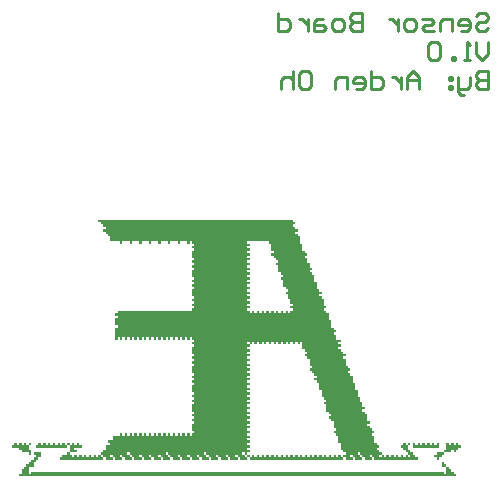
<source format=gbo>
G04 Layer_Color=32896*
%FSLAX44Y44*%
%MOMM*%
G71*
G01*
G75*
%ADD31C,0.2540*%
G36*
X645922Y449580D02*
X643890D01*
Y447548D01*
X641858D01*
Y445516D01*
X639826D01*
Y447548D01*
X637794D01*
Y449580D01*
X639826D01*
Y451612D01*
X645922D01*
Y449580D01*
D02*
G37*
G36*
X292354Y457708D02*
X294386D01*
Y455676D01*
Y453644D01*
X296418D01*
Y451612D01*
Y449580D01*
X294386D01*
Y451612D01*
X288290D01*
Y453644D01*
X286258D01*
Y455676D01*
X280162D01*
Y457708D01*
X282194D01*
Y459740D01*
X284226D01*
Y457708D01*
X286258D01*
Y459740D01*
X288290D01*
Y457708D01*
X290322D01*
Y459740D01*
X292354D01*
Y457708D01*
D02*
G37*
G36*
X296418D02*
X294386D01*
Y459740D01*
X296418D01*
Y457708D01*
D02*
G37*
G36*
X304546Y449580D02*
Y447548D01*
X302514D01*
Y445516D01*
X300482D01*
Y443484D01*
X298450D01*
Y441452D01*
Y439420D01*
X294386D01*
Y437388D01*
Y435356D01*
Y433324D01*
X296418D01*
Y435356D01*
X645922D01*
Y433324D01*
X647954D01*
Y435356D01*
Y437388D01*
Y439420D01*
X643890D01*
Y441452D01*
Y443484D01*
X645922D01*
Y441452D01*
X647954D01*
Y439420D01*
X649986D01*
Y437388D01*
X652018D01*
Y435356D01*
X654050D01*
Y433324D01*
X656082D01*
Y431292D01*
X286258D01*
Y433324D01*
X288290D01*
Y435356D01*
Y437388D01*
X290322D01*
Y439420D01*
X292354D01*
Y441452D01*
X294386D01*
Y443484D01*
X296418D01*
Y445516D01*
X298450D01*
Y447548D01*
X300482D01*
Y449580D01*
X298450D01*
Y451612D01*
X304546D01*
Y449580D01*
D02*
G37*
G36*
X328930D02*
X330962D01*
Y447548D01*
X332994D01*
Y449580D01*
X335026D01*
Y447548D01*
X337058D01*
Y449580D01*
X339090D01*
Y447548D01*
X341122D01*
Y449580D01*
X343154D01*
Y447548D01*
X345186D01*
Y449580D01*
X347218D01*
Y447548D01*
X349250D01*
Y449580D01*
X351282D01*
Y447548D01*
X353314D01*
Y449580D01*
X355346D01*
Y447548D01*
X357378D01*
Y445516D01*
X320802D01*
Y447548D01*
X322834D01*
Y449580D01*
X326898D01*
Y451612D01*
X328930D01*
Y449580D01*
D02*
G37*
G36*
X517906Y646684D02*
X519938D01*
Y644652D01*
X517906D01*
Y642620D01*
X519938D01*
Y640588D01*
X521970D01*
Y638556D01*
X519938D01*
Y636524D01*
X521970D01*
Y634492D01*
X524002D01*
Y632460D01*
Y630428D01*
Y628396D01*
X526034D01*
Y626364D01*
Y624332D01*
Y622300D01*
X528066D01*
Y620268D01*
X530098D01*
Y618236D01*
X528066D01*
Y616204D01*
X530098D01*
Y614172D01*
Y612140D01*
X532130D01*
Y610108D01*
Y608076D01*
X534162D01*
Y606044D01*
X532130D01*
Y604012D01*
X534162D01*
Y601980D01*
X536194D01*
Y599948D01*
Y597916D01*
Y595884D01*
X538226D01*
Y593852D01*
Y591820D01*
Y589788D01*
X540258D01*
Y587756D01*
X542290D01*
Y585724D01*
X540258D01*
Y583692D01*
X542290D01*
Y581660D01*
X544322D01*
Y579628D01*
Y577596D01*
Y575564D01*
X546354D01*
Y573532D01*
X544322D01*
Y571500D01*
X546354D01*
Y569468D01*
X548386D01*
Y567436D01*
Y565404D01*
Y563372D01*
X550418D01*
Y561340D01*
Y559308D01*
Y557276D01*
X552450D01*
Y555244D01*
X554482D01*
Y553212D01*
X552450D01*
Y551180D01*
X554482D01*
Y549148D01*
Y547116D01*
X558546D01*
Y545084D01*
X556514D01*
Y543052D01*
X558546D01*
Y541020D01*
X556514D01*
Y538988D01*
X558546D01*
Y536956D01*
X560578D01*
Y534924D01*
X562610D01*
Y532892D01*
X560578D01*
Y530860D01*
X562610D01*
Y528828D01*
Y526796D01*
Y524764D01*
X564642D01*
Y522732D01*
X566674D01*
Y520700D01*
X564642D01*
Y518668D01*
X566674D01*
Y516636D01*
X568706D01*
Y514604D01*
Y512572D01*
Y510540D01*
X570738D01*
Y508508D01*
Y506476D01*
Y504444D01*
X572770D01*
Y502412D01*
Y500380D01*
Y498348D01*
X574802D01*
Y496316D01*
Y494284D01*
X576834D01*
Y492252D01*
Y490220D01*
X578866D01*
Y488188D01*
X576834D01*
Y486156D01*
X578866D01*
Y484124D01*
X580898D01*
Y482092D01*
Y480060D01*
Y478028D01*
X582930D01*
Y475996D01*
X580898D01*
Y473964D01*
X582930D01*
Y471932D01*
X584962D01*
Y469900D01*
X586994D01*
Y467868D01*
X584962D01*
Y465836D01*
X586994D01*
Y463804D01*
Y461772D01*
Y459740D01*
X589026D01*
Y457708D01*
X591058D01*
Y455676D01*
X589026D01*
Y453644D01*
X591058D01*
Y451612D01*
X593090D01*
Y449580D01*
X595122D01*
Y447548D01*
X597154D01*
Y449580D01*
X599186D01*
Y447548D01*
X601218D01*
Y449580D01*
X603250D01*
Y447548D01*
X605282D01*
Y449580D01*
X607314D01*
Y447548D01*
X609346D01*
Y449580D01*
X611378D01*
Y447548D01*
X613410D01*
Y449580D01*
X615442D01*
Y447548D01*
X617474D01*
Y449580D01*
X615442D01*
Y451612D01*
X613410D01*
Y453644D01*
X611378D01*
Y455676D01*
X609346D01*
Y457708D01*
X611378D01*
Y459740D01*
X613410D01*
Y457708D01*
X615442D01*
Y455676D01*
Y453644D01*
X617474D01*
Y451612D01*
X619506D01*
Y449580D01*
X621538D01*
Y447548D01*
X623570D01*
Y445516D01*
X586994D01*
Y447548D01*
X584962D01*
Y449580D01*
X582930D01*
Y447548D01*
X584962D01*
Y445516D01*
X578866D01*
Y447548D01*
X576834D01*
Y449580D01*
X574802D01*
Y451612D01*
X572770D01*
Y449580D01*
X574802D01*
Y447548D01*
X576834D01*
Y445516D01*
X570738D01*
Y447548D01*
X568706D01*
Y449580D01*
X566674D01*
Y447548D01*
X568706D01*
Y445516D01*
X562610D01*
Y447548D01*
X560578D01*
Y449580D01*
X562610D01*
Y451612D01*
X560578D01*
Y453644D01*
X558546D01*
Y455676D01*
Y457708D01*
Y459740D01*
X556514D01*
Y461772D01*
Y463804D01*
Y465836D01*
X554482D01*
Y467868D01*
X552450D01*
Y469900D01*
X554482D01*
Y471932D01*
X552450D01*
Y473964D01*
Y475996D01*
Y478028D01*
X550418D01*
Y480060D01*
X548386D01*
Y482092D01*
X550418D01*
Y484124D01*
X548386D01*
Y486156D01*
X546354D01*
Y488188D01*
Y490220D01*
Y492252D01*
X544322D01*
Y494284D01*
X546354D01*
Y496316D01*
X544322D01*
Y498348D01*
X542290D01*
Y500380D01*
Y502412D01*
Y504444D01*
X540258D01*
Y506476D01*
Y508508D01*
Y510540D01*
X538226D01*
Y512572D01*
X536194D01*
Y514604D01*
X538226D01*
Y516636D01*
X536194D01*
Y518668D01*
X534162D01*
Y520700D01*
X532130D01*
Y522732D01*
X534162D01*
Y524764D01*
X532130D01*
Y526796D01*
Y528828D01*
Y530860D01*
X530098D01*
Y532892D01*
X528066D01*
Y534924D01*
X530098D01*
Y536956D01*
X528066D01*
Y538988D01*
X526034D01*
Y541020D01*
Y543052D01*
Y545084D01*
X524002D01*
Y543052D01*
X521970D01*
Y545084D01*
X519938D01*
Y543052D01*
X517906D01*
Y545084D01*
X515874D01*
Y543052D01*
X513842D01*
Y545084D01*
X511810D01*
Y543052D01*
X509778D01*
Y545084D01*
X507746D01*
Y543052D01*
X505714D01*
Y545084D01*
X503682D01*
Y543052D01*
X501650D01*
Y545084D01*
X499618D01*
Y543052D01*
X497586D01*
Y545084D01*
X495554D01*
Y543052D01*
X493522D01*
Y545084D01*
X491490D01*
Y543052D01*
X489458D01*
Y545084D01*
X487426D01*
Y543052D01*
X485394D01*
Y545084D01*
X483362D01*
Y543052D01*
X481330D01*
Y545084D01*
X479298D01*
Y543052D01*
X481330D01*
Y541020D01*
X479298D01*
Y538988D01*
X481330D01*
Y536956D01*
X479298D01*
Y534924D01*
X481330D01*
Y532892D01*
X479298D01*
Y530860D01*
X481330D01*
Y528828D01*
X479298D01*
Y526796D01*
X481330D01*
Y524764D01*
X479298D01*
Y522732D01*
X481330D01*
Y520700D01*
X479298D01*
Y518668D01*
X481330D01*
Y516636D01*
X479298D01*
Y514604D01*
X481330D01*
Y512572D01*
X479298D01*
Y510540D01*
X481330D01*
Y508508D01*
X479298D01*
Y506476D01*
X481330D01*
Y504444D01*
X479298D01*
Y502412D01*
X481330D01*
Y500380D01*
X479298D01*
Y498348D01*
X481330D01*
Y496316D01*
X479298D01*
Y494284D01*
X481330D01*
Y492252D01*
X479298D01*
Y490220D01*
X481330D01*
Y488188D01*
X479298D01*
Y486156D01*
X481330D01*
Y484124D01*
X479298D01*
Y482092D01*
X481330D01*
Y480060D01*
X479298D01*
Y478028D01*
X481330D01*
Y475996D01*
X479298D01*
Y473964D01*
X481330D01*
Y471932D01*
X479298D01*
Y469900D01*
X481330D01*
Y467868D01*
X479298D01*
Y465836D01*
X481330D01*
Y463804D01*
X479298D01*
Y461772D01*
X481330D01*
Y459740D01*
X479298D01*
Y457708D01*
X481330D01*
Y455676D01*
X479298D01*
Y453644D01*
X481330D01*
Y451612D01*
X479298D01*
Y449580D01*
X481330D01*
Y447548D01*
X483362D01*
Y449580D01*
X485394D01*
Y447548D01*
X487426D01*
Y449580D01*
X489458D01*
Y447548D01*
X491490D01*
Y449580D01*
X493522D01*
Y447548D01*
X495554D01*
Y449580D01*
X497586D01*
Y447548D01*
X499618D01*
Y449580D01*
X501650D01*
Y447548D01*
X503682D01*
Y449580D01*
X505714D01*
Y447548D01*
X507746D01*
Y449580D01*
X509778D01*
Y447548D01*
X511810D01*
Y449580D01*
X513842D01*
Y447548D01*
X515874D01*
Y449580D01*
X517906D01*
Y447548D01*
X519938D01*
Y449580D01*
X521970D01*
Y447548D01*
X524002D01*
Y449580D01*
X526034D01*
Y447548D01*
X528066D01*
Y449580D01*
X530098D01*
Y447548D01*
X532130D01*
Y449580D01*
X534162D01*
Y447548D01*
X536194D01*
Y449580D01*
X538226D01*
Y447548D01*
X540258D01*
Y449580D01*
X542290D01*
Y447548D01*
X544322D01*
Y449580D01*
X546354D01*
Y447548D01*
X548386D01*
Y449580D01*
X550418D01*
Y447548D01*
X552450D01*
Y449580D01*
X554482D01*
Y447548D01*
X556514D01*
Y449580D01*
X558546D01*
Y447548D01*
X560578D01*
Y445516D01*
X481330D01*
Y447548D01*
X479298D01*
Y449580D01*
X477266D01*
Y451612D01*
X475234D01*
Y449580D01*
X477266D01*
Y447548D01*
X479298D01*
Y445516D01*
X473202D01*
Y447548D01*
X471170D01*
Y449580D01*
X469138D01*
Y447548D01*
X471170D01*
Y445516D01*
X465074D01*
Y447548D01*
X463042D01*
Y449580D01*
X461010D01*
Y447548D01*
X463042D01*
Y445516D01*
X456946D01*
Y447548D01*
X454914D01*
Y449580D01*
X452882D01*
Y447548D01*
X454914D01*
Y445516D01*
X448818D01*
Y447548D01*
X446786D01*
Y449580D01*
X444754D01*
Y451612D01*
X442722D01*
Y449580D01*
X444754D01*
Y447548D01*
X446786D01*
Y445516D01*
X440690D01*
Y447548D01*
X438658D01*
Y449580D01*
X436626D01*
Y447548D01*
X438658D01*
Y445516D01*
X432562D01*
Y447548D01*
X430530D01*
Y449580D01*
X428498D01*
Y447548D01*
X430530D01*
Y445516D01*
X424434D01*
Y447548D01*
X422402D01*
Y449580D01*
X420370D01*
Y447548D01*
X422402D01*
Y445516D01*
X416306D01*
Y447548D01*
X414274D01*
Y449580D01*
X412242D01*
Y451612D01*
X410210D01*
Y449580D01*
X412242D01*
Y447548D01*
X414274D01*
Y445516D01*
X408178D01*
Y447548D01*
X406146D01*
Y449580D01*
X404114D01*
Y447548D01*
X406146D01*
Y445516D01*
X400050D01*
Y447548D01*
X398018D01*
Y449580D01*
X395986D01*
Y447548D01*
X398018D01*
Y445516D01*
X391922D01*
Y447548D01*
X389890D01*
Y449580D01*
X387858D01*
Y447548D01*
X389890D01*
Y445516D01*
X383794D01*
Y447548D01*
X381762D01*
Y449580D01*
X379730D01*
Y451612D01*
X377698D01*
Y449580D01*
X379730D01*
Y447548D01*
X381762D01*
Y445516D01*
X375666D01*
Y447548D01*
X373634D01*
Y449580D01*
X371602D01*
Y447548D01*
X373634D01*
Y445516D01*
X367538D01*
Y447548D01*
X365506D01*
Y449580D01*
X363474D01*
Y447548D01*
X365506D01*
Y445516D01*
X359410D01*
Y447548D01*
X357378D01*
Y449580D01*
X355346D01*
Y451612D01*
X357378D01*
Y453644D01*
X359410D01*
Y455676D01*
Y457708D01*
X363474D01*
Y459740D01*
X361442D01*
Y461772D01*
X365506D01*
Y463804D01*
Y465836D01*
X371602D01*
Y467868D01*
X373634D01*
Y465836D01*
X375666D01*
Y467868D01*
X377698D01*
Y465836D01*
X379730D01*
Y467868D01*
X381762D01*
Y465836D01*
X383794D01*
Y467868D01*
X385826D01*
Y465836D01*
X387858D01*
Y467868D01*
X389890D01*
Y465836D01*
X391922D01*
Y467868D01*
X393954D01*
Y465836D01*
X395986D01*
Y467868D01*
X398018D01*
Y465836D01*
X400050D01*
Y467868D01*
X402082D01*
Y465836D01*
X404114D01*
Y467868D01*
X406146D01*
Y465836D01*
X408178D01*
Y467868D01*
X410210D01*
Y465836D01*
X412242D01*
Y467868D01*
X414274D01*
Y465836D01*
X416306D01*
Y467868D01*
X418338D01*
Y465836D01*
X420370D01*
Y467868D01*
X422402D01*
Y465836D01*
X424434D01*
Y467868D01*
X426466D01*
Y465836D01*
X428498D01*
Y467868D01*
X430530D01*
Y465836D01*
X432562D01*
Y467868D01*
X434594D01*
Y469900D01*
X432562D01*
Y471932D01*
Y473964D01*
Y475996D01*
X434594D01*
Y478028D01*
X432562D01*
Y480060D01*
X434594D01*
Y482092D01*
X432562D01*
Y484124D01*
X434594D01*
Y486156D01*
X432562D01*
Y488188D01*
Y490220D01*
Y492252D01*
X434594D01*
Y494284D01*
X432562D01*
Y496316D01*
X434594D01*
Y498348D01*
X432562D01*
Y500380D01*
X434594D01*
Y502412D01*
X432562D01*
Y504444D01*
Y506476D01*
Y508508D01*
X434594D01*
Y510540D01*
X432562D01*
Y512572D01*
X434594D01*
Y514604D01*
X432562D01*
Y516636D01*
X434594D01*
Y518668D01*
X432562D01*
Y520700D01*
Y522732D01*
Y524764D01*
X434594D01*
Y526796D01*
X432562D01*
Y528828D01*
X434594D01*
Y530860D01*
X432562D01*
Y532892D01*
X434594D01*
Y534924D01*
X432562D01*
Y536956D01*
Y538988D01*
Y541020D01*
X434594D01*
Y543052D01*
X432562D01*
Y545084D01*
X434594D01*
Y547116D01*
X432562D01*
Y549148D01*
X430530D01*
Y547116D01*
X428498D01*
Y549148D01*
X426466D01*
Y547116D01*
X424434D01*
Y549148D01*
X422402D01*
Y547116D01*
X420370D01*
Y549148D01*
X418338D01*
Y547116D01*
X416306D01*
Y549148D01*
X414274D01*
Y547116D01*
X412242D01*
Y549148D01*
X410210D01*
Y547116D01*
X408178D01*
Y549148D01*
X406146D01*
Y547116D01*
X404114D01*
Y549148D01*
X402082D01*
Y547116D01*
X400050D01*
Y549148D01*
X398018D01*
Y547116D01*
X395986D01*
Y549148D01*
X393954D01*
Y547116D01*
X391922D01*
Y549148D01*
X389890D01*
Y547116D01*
X387858D01*
Y549148D01*
X385826D01*
Y547116D01*
X383794D01*
Y549148D01*
X381762D01*
Y547116D01*
X379730D01*
Y549148D01*
X377698D01*
Y547116D01*
X375666D01*
Y549148D01*
X373634D01*
Y547116D01*
X371602D01*
Y549148D01*
X369570D01*
Y547116D01*
X367538D01*
Y549148D01*
Y551180D01*
Y553212D01*
Y555244D01*
Y557276D01*
X369570D01*
Y559308D01*
X367538D01*
Y561340D01*
Y563372D01*
Y565404D01*
X369570D01*
Y567436D01*
X367538D01*
Y569468D01*
X369570D01*
Y571500D01*
X432562D01*
Y573532D01*
X434594D01*
Y575564D01*
X432562D01*
Y577596D01*
X434594D01*
Y579628D01*
X432562D01*
Y581660D01*
X434594D01*
Y583692D01*
X432562D01*
Y585724D01*
Y587756D01*
Y589788D01*
X434594D01*
Y591820D01*
X432562D01*
Y593852D01*
X434594D01*
Y595884D01*
X432562D01*
Y597916D01*
X434594D01*
Y599948D01*
X432562D01*
Y601980D01*
Y604012D01*
Y606044D01*
X434594D01*
Y608076D01*
X432562D01*
Y610108D01*
X434594D01*
Y612140D01*
X432562D01*
Y614172D01*
X434594D01*
Y616204D01*
X432562D01*
Y618236D01*
Y620268D01*
Y622300D01*
X434594D01*
Y624332D01*
X432562D01*
Y626364D01*
X434594D01*
Y628396D01*
X432562D01*
Y630428D01*
X430530D01*
Y628396D01*
X428498D01*
Y630428D01*
X422402D01*
Y628396D01*
X420370D01*
Y630428D01*
X414274D01*
Y628396D01*
X412242D01*
Y630428D01*
X406146D01*
Y628396D01*
X404114D01*
Y630428D01*
X398018D01*
Y628396D01*
X395986D01*
Y630428D01*
X389890D01*
Y628396D01*
X387858D01*
Y630428D01*
X381762D01*
Y628396D01*
X379730D01*
Y630428D01*
X373634D01*
Y628396D01*
X371602D01*
Y630428D01*
X363474D01*
Y632460D01*
Y634492D01*
X361442D01*
Y636524D01*
X359410D01*
Y638556D01*
X357378D01*
Y640588D01*
X359410D01*
Y642620D01*
X357378D01*
Y644652D01*
X355346D01*
Y646684D01*
X353314D01*
Y648716D01*
X517906D01*
Y646684D01*
D02*
G37*
G36*
X617474Y457708D02*
X615442D01*
Y459740D01*
X617474D01*
Y457708D01*
D02*
G37*
G36*
X641858D02*
Y455676D01*
X619506D01*
Y457708D01*
Y459740D01*
X621538D01*
Y457708D01*
X623570D01*
Y459740D01*
X625602D01*
Y457708D01*
X627634D01*
Y459740D01*
X629666D01*
Y457708D01*
X631698D01*
Y459740D01*
X633730D01*
Y457708D01*
X635762D01*
Y459740D01*
X637794D01*
Y457708D01*
X639826D01*
Y459740D01*
X641858D01*
Y457708D01*
D02*
G37*
G36*
X658114D02*
X660146D01*
Y455676D01*
X658114D01*
Y453644D01*
X656082D01*
Y451612D01*
X654050D01*
Y453644D01*
X652018D01*
Y451612D01*
X645922D01*
Y453644D01*
X647954D01*
Y455676D01*
Y457708D01*
Y459740D01*
X649986D01*
Y457708D01*
X652018D01*
Y459740D01*
X654050D01*
Y457708D01*
X656082D01*
Y459740D01*
X658114D01*
Y457708D01*
D02*
G37*
G36*
X324866D02*
X326898D01*
Y455676D01*
X300482D01*
Y457708D01*
X302514D01*
Y459740D01*
X304546D01*
Y457708D01*
X306578D01*
Y459740D01*
X308610D01*
Y457708D01*
X310642D01*
Y459740D01*
X312674D01*
Y457708D01*
X314706D01*
Y459740D01*
X316738D01*
Y457708D01*
X318770D01*
Y459740D01*
X320802D01*
Y457708D01*
X322834D01*
Y459740D01*
X324866D01*
Y457708D01*
D02*
G37*
G36*
X337058D02*
X339090D01*
Y455676D01*
X332994D01*
Y453644D01*
X335026D01*
Y451612D01*
X328930D01*
Y453644D01*
Y455676D01*
Y457708D01*
X326898D01*
Y459740D01*
X328930D01*
Y457708D01*
X330962D01*
Y459740D01*
X332994D01*
Y457708D01*
X335026D01*
Y459740D01*
X337058D01*
Y457708D01*
D02*
G37*
%LPC*%
G36*
X497586Y630428D02*
X479298D01*
Y628396D01*
X481330D01*
Y626364D01*
X479298D01*
Y624332D01*
X481330D01*
Y622300D01*
X479298D01*
Y620268D01*
X481330D01*
Y618236D01*
X479298D01*
Y616204D01*
X481330D01*
Y614172D01*
X479298D01*
Y612140D01*
X481330D01*
Y610108D01*
X479298D01*
Y608076D01*
X481330D01*
Y606044D01*
X479298D01*
Y604012D01*
X481330D01*
Y601980D01*
X479298D01*
Y599948D01*
X481330D01*
Y597916D01*
X479298D01*
Y595884D01*
X481330D01*
Y593852D01*
X479298D01*
Y591820D01*
X481330D01*
Y589788D01*
X479298D01*
Y587756D01*
X481330D01*
Y585724D01*
X479298D01*
Y583692D01*
X481330D01*
Y581660D01*
X479298D01*
Y579628D01*
X481330D01*
Y577596D01*
X479298D01*
Y575564D01*
X481330D01*
Y573532D01*
X479298D01*
Y571500D01*
X481330D01*
Y569468D01*
X483362D01*
Y571500D01*
X485394D01*
Y569468D01*
X487426D01*
Y571500D01*
X489458D01*
Y569468D01*
X491490D01*
Y571500D01*
X493522D01*
Y569468D01*
X495554D01*
Y571500D01*
X497586D01*
Y569468D01*
X499618D01*
Y571500D01*
X501650D01*
Y569468D01*
X503682D01*
Y571500D01*
X505714D01*
Y569468D01*
X507746D01*
Y571500D01*
X509778D01*
Y569468D01*
X511810D01*
Y571500D01*
X513842D01*
Y569468D01*
X515874D01*
Y571500D01*
X517906D01*
Y573532D01*
X515874D01*
Y575564D01*
X517906D01*
Y577596D01*
X515874D01*
Y579628D01*
Y581660D01*
X513842D01*
Y583692D01*
Y585724D01*
X511810D01*
Y587756D01*
X513842D01*
Y589788D01*
X511810D01*
Y591820D01*
X509778D01*
Y593852D01*
Y595884D01*
Y597916D01*
X507746D01*
Y599948D01*
X509778D01*
Y601980D01*
X507746D01*
Y604012D01*
X505714D01*
Y606044D01*
Y608076D01*
Y610108D01*
X503682D01*
Y612140D01*
X505714D01*
Y614172D01*
X503682D01*
Y616204D01*
X501650D01*
Y618236D01*
X499618D01*
Y620268D01*
X501650D01*
Y622300D01*
X499618D01*
Y624332D01*
Y626364D01*
Y628396D01*
X497586D01*
Y630428D01*
D02*
G37*
G36*
X593090Y449580D02*
X591058D01*
Y447548D01*
X593090D01*
Y449580D01*
D02*
G37*
%LPD*%
D31*
X673103Y820910D02*
X675642Y823450D01*
X680721D01*
X683260Y820910D01*
Y818371D01*
X680721Y815832D01*
X675642D01*
X673103Y813293D01*
Y810754D01*
X675642Y808214D01*
X680721D01*
X683260Y810754D01*
X660407Y808214D02*
X665486D01*
X668025Y810754D01*
Y815832D01*
X665486Y818371D01*
X660407D01*
X657868Y815832D01*
Y813293D01*
X668025D01*
X652790Y808214D02*
Y818371D01*
X645172D01*
X642633Y815832D01*
Y808214D01*
X637555D02*
X629937D01*
X627398Y810754D01*
X629937Y813293D01*
X635016D01*
X637555Y815832D01*
X635016Y818371D01*
X627398D01*
X619781Y808214D02*
X614702D01*
X612163Y810754D01*
Y815832D01*
X614702Y818371D01*
X619781D01*
X622320Y815832D01*
Y810754D01*
X619781Y808214D01*
X607085Y818371D02*
Y808214D01*
Y813293D01*
X604546Y815832D01*
X602006Y818371D01*
X599467D01*
X576614Y823450D02*
Y808214D01*
X568997D01*
X566458Y810754D01*
Y813293D01*
X568997Y815832D01*
X576614D01*
X568997D01*
X566458Y818371D01*
Y820910D01*
X568997Y823450D01*
X576614D01*
X558840Y808214D02*
X553762D01*
X551223Y810754D01*
Y815832D01*
X553762Y818371D01*
X558840D01*
X561379Y815832D01*
Y810754D01*
X558840Y808214D01*
X543605Y818371D02*
X538527D01*
X535988Y815832D01*
Y808214D01*
X543605D01*
X546144Y810754D01*
X543605Y813293D01*
X535988D01*
X530909Y818371D02*
Y808214D01*
Y813293D01*
X528370Y815832D01*
X525831Y818371D01*
X523292D01*
X505518Y823450D02*
Y808214D01*
X513135D01*
X515674Y810754D01*
Y815832D01*
X513135Y818371D01*
X505518D01*
X683260Y799072D02*
Y788915D01*
X678182Y783836D01*
X673103Y788915D01*
Y799072D01*
X668025Y783836D02*
X662947D01*
X665486D01*
Y799072D01*
X668025Y796532D01*
X655329Y783836D02*
Y786376D01*
X652790D01*
Y783836D01*
X655329D01*
X642633Y796532D02*
X640094Y799072D01*
X635016D01*
X632476Y796532D01*
Y786376D01*
X635016Y783836D01*
X640094D01*
X642633Y786376D01*
Y796532D01*
X683260Y774693D02*
Y759458D01*
X675642D01*
X673103Y761998D01*
Y764537D01*
X675642Y767076D01*
X683260D01*
X675642D01*
X673103Y769615D01*
Y772154D01*
X675642Y774693D01*
X683260D01*
X668025Y769615D02*
Y761998D01*
X665486Y759458D01*
X657868D01*
Y756919D01*
X660407Y754380D01*
X662947D01*
X657868Y759458D02*
Y769615D01*
X652790D02*
X650251D01*
Y767076D01*
X652790D01*
Y769615D01*
Y761998D02*
X650251D01*
Y759458D01*
X652790D01*
Y761998D01*
X624859Y759458D02*
Y769615D01*
X619781Y774693D01*
X614702Y769615D01*
Y759458D01*
Y767076D01*
X624859D01*
X609624Y769615D02*
Y759458D01*
Y764537D01*
X607085Y767076D01*
X604546Y769615D01*
X602006D01*
X584232Y774693D02*
Y759458D01*
X591850D01*
X594389Y761998D01*
Y767076D01*
X591850Y769615D01*
X584232D01*
X571536Y759458D02*
X576614D01*
X579154Y761998D01*
Y767076D01*
X576614Y769615D01*
X571536D01*
X568997Y767076D01*
Y764537D01*
X579154D01*
X563919Y759458D02*
Y769615D01*
X556301D01*
X553762Y767076D01*
Y759458D01*
X525831Y774693D02*
X530909D01*
X533448Y772154D01*
Y761998D01*
X530909Y759458D01*
X525831D01*
X523292Y761998D01*
Y772154D01*
X525831Y774693D01*
X518213D02*
Y759458D01*
Y767076D01*
X515674Y769615D01*
X510596D01*
X508057Y767076D01*
Y759458D01*
M02*

</source>
